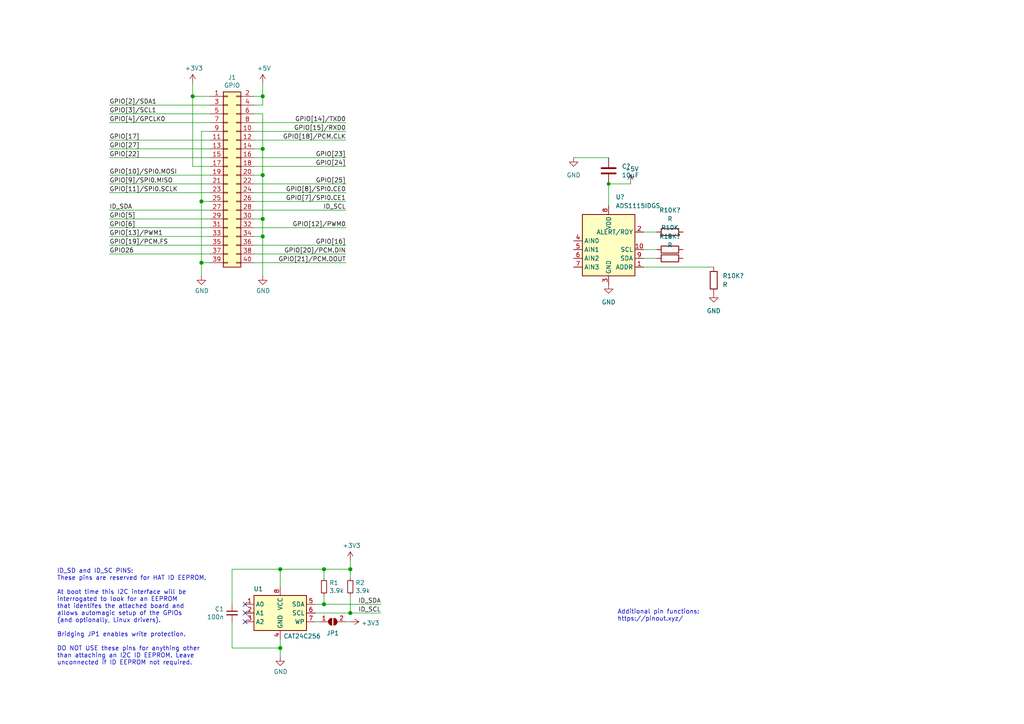
<source format=kicad_sch>
(kicad_sch (version 20211123) (generator eeschema)
  (paper "A4")
  (title_block (date "15 nov 2012"))
  (lib_symbols
    (symbol "Analog_ADC:ADS1115IDGS"
      (property "Reference" "U" (at 2.54 13.97 0))
      (property "Value" "ADS1115IDGS" (at 7.62 11.43 0))
      (symbol "ADS1115IDGS_0_1"
        (rectangle (start -7.62 10.16) (end 7.62 -7.62) (stroke (width 0.254)) (fill (type background)))
      )
      (symbol "ADS1115IDGS_1_1"
        (pin input line (at 10.16 -5.08 180) (length 2.54) (name "ADDR") (number "1"))
        (pin input line (at 10.16 0 180) (length 2.54) (name "SCL") (number "10"))
        (pin output line (at 10.16 5.08 180) (length 2.54) (name "ALERT/RDY") (number "2"))
        (pin power_in line (at 0 -10.16 90) (length 2.54) (name "GND") (number "3"))
        (pin input line (at -10.16 2.54 0) (length 2.54) (name "AIN0") (number "4"))
        (pin input line (at -10.16 0 0) (length 2.54) (name "AIN1") (number "5"))
        (pin input line (at -10.16 -2.54 0) (length 2.54) (name "AIN2") (number "6"))
        (pin input line (at -10.16 -5.08 0) (length 2.54) (name "AIN3") (number "7"))
        (pin power_in line (at 0 12.7 270) (length 2.54) (name "VDD") (number "8"))
        (pin bidirectional line (at 10.16 -2.54 180) (length 2.54) (name "SDA") (number "9"))
      )
    )
    (symbol "Connector_Generic:Conn_02x20_Odd_Even" (pin_names (offset 1.016) hide)
      (property "Reference" "J" (at 1.27 25.4 0))
      (property "Value" "Conn_02x20_Odd_Even" (at 1.27 -27.94 0))
      (symbol "Conn_02x20_Odd_Even_1_1"
        (rectangle (start -1.27 -25.273) (end 0 -25.527) (stroke (width 0.1524)))
        (rectangle (start -1.27 -22.733) (end 0 -22.987) (stroke (width 0.1524)))
        (rectangle (start -1.27 -20.193) (end 0 -20.447) (stroke (width 0.1524)))
        (rectangle (start -1.27 -17.653) (end 0 -17.907) (stroke (width 0.1524)))
        (rectangle (start -1.27 -15.113) (end 0 -15.367) (stroke (width 0.1524)))
        (rectangle (start -1.27 -12.573) (end 0 -12.827) (stroke (width 0.1524)))
        (rectangle (start -1.27 -10.033) (end 0 -10.287) (stroke (width 0.1524)))
        (rectangle (start -1.27 -7.493) (end 0 -7.747) (stroke (width 0.1524)))
        (rectangle (start -1.27 -4.953) (end 0 -5.207) (stroke (width 0.1524)))
        (rectangle (start -1.27 -2.413) (end 0 -2.667) (stroke (width 0.1524)))
        (rectangle (start -1.27 0.127) (end 0 -0.127) (stroke (width 0.1524)))
        (rectangle (start -1.27 2.667) (end 0 2.413) (stroke (width 0.1524)))
        (rectangle (start -1.27 5.207) (end 0 4.953) (stroke (width 0.1524)))
        (rectangle (start -1.27 7.747) (end 0 7.493) (stroke (width 0.1524)))
        (rectangle (start -1.27 10.287) (end 0 10.033) (stroke (width 0.1524)))
        (rectangle (start -1.27 12.827) (end 0 12.573) (stroke (width 0.1524)))
        (rectangle (start -1.27 15.367) (end 0 15.113) (stroke (width 0.1524)))
        (rectangle (start -1.27 17.907) (end 0 17.653) (stroke (width 0.1524)))
        (rectangle (start -1.27 20.447) (end 0 20.193) (stroke (width 0.1524)))
        (rectangle (start -1.27 22.987) (end 0 22.733) (stroke (width 0.1524)))
        (rectangle (start -1.27 24.13) (end 3.81 -26.67) (stroke (width 0.254)) (fill (type background)))
        (rectangle (start 3.81 -25.273) (end 2.54 -25.527) (stroke (width 0.1524)))
        (rectangle (start 3.81 -22.733) (end 2.54 -22.987) (stroke (width 0.1524)))
        (rectangle (start 3.81 -20.193) (end 2.54 -20.447) (stroke (width 0.1524)))
        (rectangle (start 3.81 -17.653) (end 2.54 -17.907) (stroke (width 0.1524)))
        (rectangle (start 3.81 -15.113) (end 2.54 -15.367) (stroke (width 0.1524)))
        (rectangle (start 3.81 -12.573) (end 2.54 -12.827) (stroke (width 0.1524)))
        (rectangle (start 3.81 -10.033) (end 2.54 -10.287) (stroke (width 0.1524)))
        (rectangle (start 3.81 -7.493) (end 2.54 -7.747) (stroke (width 0.1524)))
        (rectangle (start 3.81 -4.953) (end 2.54 -5.207) (stroke (width 0.1524)))
        (rectangle (start 3.81 -2.413) (end 2.54 -2.667) (stroke (width 0.1524)))
        (rectangle (start 3.81 0.127) (end 2.54 -0.127) (stroke (width 0.1524)))
        (rectangle (start 3.81 2.667) (end 2.54 2.413) (stroke (width 0.1524)))
        (rectangle (start 3.81 5.207) (end 2.54 4.953) (stroke (width 0.1524)))
        (rectangle (start 3.81 7.747) (end 2.54 7.493) (stroke (width 0.1524)))
        (rectangle (start 3.81 10.287) (end 2.54 10.033) (stroke (width 0.1524)))
        (rectangle (start 3.81 12.827) (end 2.54 12.573) (stroke (width 0.1524)))
        (rectangle (start 3.81 15.367) (end 2.54 15.113) (stroke (width 0.1524)))
        (rectangle (start 3.81 17.907) (end 2.54 17.653) (stroke (width 0.1524)))
        (rectangle (start 3.81 20.447) (end 2.54 20.193) (stroke (width 0.1524)))
        (rectangle (start 3.81 22.987) (end 2.54 22.733) (stroke (width 0.1524)))
        (pin passive line (at -5.08 22.86 0) (length 3.81) (name "Pin_1") (number "1"))
        (pin passive line (at 7.62 12.7 180) (length 3.81) (name "Pin_10") (number "10"))
        (pin passive line (at -5.08 10.16 0) (length 3.81) (name "Pin_11") (number "11"))
        (pin passive line (at 7.62 10.16 180) (length 3.81) (name "Pin_12") (number "12"))
        (pin passive line (at -5.08 7.62 0) (length 3.81) (name "Pin_13") (number "13"))
        (pin passive line (at 7.62 7.62 180) (length 3.81) (name "Pin_14") (number "14"))
        (pin passive line (at -5.08 5.08 0) (length 3.81) (name "Pin_15") (number "15"))
        (pin passive line (at 7.62 5.08 180) (length 3.81) (name "Pin_16") (number "16"))
        (pin passive line (at -5.08 2.54 0) (length 3.81) (name "Pin_17") (number "17"))
        (pin passive line (at 7.62 2.54 180) (length 3.81) (name "Pin_18") (number "18"))
        (pin passive line (at -5.08 0 0) (length 3.81) (name "Pin_19") (number "19"))
        (pin passive line (at 7.62 22.86 180) (length 3.81) (name "Pin_2") (number "2"))
        (pin passive line (at 7.62 0 180) (length 3.81) (name "Pin_20") (number "20"))
        (pin passive line (at -5.08 -2.54 0) (length 3.81) (name "Pin_21") (number "21"))
        (pin passive line (at 7.62 -2.54 180) (length 3.81) (name "Pin_22") (number "22"))
        (pin passive line (at -5.08 -5.08 0) (length 3.81) (name "Pin_23") (number "23"))
        (pin passive line (at 7.62 -5.08 180) (length 3.81) (name "Pin_24") (number "24"))
        (pin passive line (at -5.08 -7.62 0) (length 3.81) (name "Pin_25") (number "25"))
        (pin passive line (at 7.62 -7.62 180) (length 3.81) (name "Pin_26") (number "26"))
        (pin passive line (at -5.08 -10.16 0) (length 3.81) (name "Pin_27") (number "27"))
        (pin passive line (at 7.62 -10.16 180) (length 3.81) (name "Pin_28") (number "28"))
        (pin passive line (at -5.08 -12.7 0) (length 3.81) (name "Pin_29") (number "29"))
        (pin passive line (at -5.08 20.32 0) (length 3.81) (name "Pin_3") (number "3"))
        (pin passive line (at 7.62 -12.7 180) (length 3.81) (name "Pin_30") (number "30"))
        (pin passive line (at -5.08 -15.24 0) (length 3.81) (name "Pin_31") (number "31"))
        (pin passive line (at 7.62 -15.24 180) (length 3.81) (name "Pin_32") (number "32"))
        (pin passive line (at -5.08 -17.78 0) (length 3.81) (name "Pin_33") (number "33"))
        (pin passive line (at 7.62 -17.78 180) (length 3.81) (name "Pin_34") (number "34"))
        (pin passive line (at -5.08 -20.32 0) (length 3.81) (name "Pin_35") (number "35"))
        (pin passive line (at 7.62 -20.32 180) (length 3.81) (name "Pin_36") (number "36"))
        (pin passive line (at -5.08 -22.86 0) (length 3.81) (name "Pin_37") (number "37"))
        (pin passive line (at 7.62 -22.86 180) (length 3.81) (name "Pin_38") (number "38"))
        (pin passive line (at -5.08 -25.4 0) (length 3.81) (name "Pin_39") (number "39"))
        (pin passive line (at 7.62 20.32 180) (length 3.81) (name "Pin_4") (number "4"))
        (pin passive line (at 7.62 -25.4 180) (length 3.81) (name "Pin_40") (number "40"))
        (pin passive line (at -5.08 17.78 0) (length 3.81) (name "Pin_5") (number "5"))
        (pin passive line (at 7.62 17.78 180) (length 3.81) (name "Pin_6") (number "6"))
        (pin passive line (at -5.08 15.24 0) (length 3.81) (name "Pin_7") (number "7"))
        (pin passive line (at 7.62 15.24 180) (length 3.81) (name "Pin_8") (number "8"))
        (pin passive line (at -5.08 12.7 0) (length 3.81) (name "Pin_9") (number "9"))
      )
    )
    (symbol "Device:C" (pin_numbers hide) (pin_names (offset 0.254))
      (property "Reference" "C" (at 0.635 2.54 0))
      (property "Value" "C" (at 0.635 -2.54 0))
      (symbol "C_0_1"
        (polyline (pts (xy -2.032 -0.762) (xy 2.032 -0.762)) (stroke (width 0.508)))
        (polyline (pts (xy -2.032 0.762) (xy 2.032 0.762)) (stroke (width 0.508)))
      )
      (symbol "C_1_1"
        (pin passive line (at 0 3.81 270) (length 2.794) (name "~") (number "1"))
        (pin passive line (at 0 -3.81 90) (length 2.794) (name "~") (number "2"))
      )
    )
    (symbol "Device:C_Small" (pin_numbers hide) (pin_names (offset 0.254) hide)
      (property "Reference" "C" (at 0.254 1.778 0))
      (property "Value" "C_Small" (at 0.254 -2.032 0))
      (symbol "C_Small_0_1"
        (polyline (pts (xy -1.524 -0.508) (xy 1.524 -0.508)) (stroke (width 0.3302)))
        (polyline (pts (xy -1.524 0.508) (xy 1.524 0.508)) (stroke (width 0.3048)))
      )
      (symbol "C_Small_1_1"
        (pin passive line (at 0 2.54 270) (length 2.032) (name "~") (number "1"))
        (pin passive line (at 0 -2.54 90) (length 2.032) (name "~") (number "2"))
      )
    )
    (symbol "Device:R" (pin_numbers hide) (pin_names (offset 0))
      (property "Reference" "R" (at 2.032 0 90))
      (property "Value" "R" (at 0 0 90))
      (symbol "R_0_1"
        (rectangle (start -1.016 -2.54) (end 1.016 2.54) (stroke (width 0.254)))
      )
      (symbol "R_1_1"
        (pin passive line (at 0 3.81 270) (length 1.27) (name "~") (number "1"))
        (pin passive line (at 0 -3.81 90) (length 1.27) (name "~") (number "2"))
      )
    )
    (symbol "Device:R_Small" (pin_numbers hide) (pin_names (offset 0.254) hide)
      (property "Reference" "R" (at 0.762 0.508 0))
      (property "Value" "R_Small" (at 0.762 -1.016 0))
      (symbol "R_Small_0_1"
        (rectangle (start -0.762 1.778) (end 0.762 -1.778) (stroke (width 0.2032)))
      )
      (symbol "R_Small_1_1"
        (pin passive line (at 0 2.54 270) (length 0.762) (name "~") (number "1"))
        (pin passive line (at 0 -2.54 90) (length 0.762) (name "~") (number "2"))
      )
    )
    (symbol "GND_1" (power) (pin_names (offset 0))
      (property "Value" "GND_1" (at 0 -3.81 0))
      (symbol "GND_1_0_1"
        (polyline (pts (xy 0 0) (xy 0 -1.27) (xy 1.27 -1.27) (xy 0 -2.54) (xy -1.27 -1.27) (xy 0 -1.27)))
      )
      (symbol "GND_1_1_1"
        (pin power_in line (at 0 0 270) (length 0) hide (name "GND") (number "1"))
      )
    )
    (symbol "GND_2" (power) (pin_names (offset 0))
      (property "Value" "GND_2" (at 0 -3.81 0))
      (symbol "GND_2_0_1"
        (polyline (pts (xy 0 0) (xy 0 -1.27) (xy 1.27 -1.27) (xy 0 -2.54) (xy -1.27 -1.27) (xy 0 -1.27)))
      )
      (symbol "GND_2_1_1"
        (pin power_in line (at 0 0 270) (length 0) hide (name "GND") (number "1"))
      )
    )
    (symbol "GND_3" (power) (pin_names (offset 0))
      (property "Value" "GND_3" (at 0 -3.81 0))
      (symbol "GND_3_0_1"
        (polyline (pts (xy 0 0) (xy 0 -1.27) (xy 1.27 -1.27) (xy 0 -2.54) (xy -1.27 -1.27) (xy 0 -1.27)))
      )
      (symbol "GND_3_1_1"
        (pin power_in line (at 0 0 270) (length 0) hide (name "GND") (number "1"))
      )
    )
    (symbol "Jumper:SolderJumper_2_Open" (pin_names (offset 0) hide)
      (property "Reference" "JP" (at 0 2.032 0))
      (property "Value" "SolderJumper_2_Open" (at 0 -2.54 0))
      (symbol "SolderJumper_2_Open_0_1"
        (arc (start -0.254 1.016) (mid -1.27 0) (end -0.254 -1.016))
        (arc (start -0.254 1.016) (mid -1.27 0) (end -0.254 -1.016) (fill (type outline)))
        (polyline (pts (xy -0.254 1.016) (xy -0.254 -1.016)))
        (polyline (pts (xy 0.254 1.016) (xy 0.254 -1.016)))
        (arc (start 0.254 -1.016) (mid 1.27 0) (end 0.254 1.016))
        (arc (start 0.254 -1.016) (mid 1.27 0) (end 0.254 1.016) (fill (type outline)))
      )
      (symbol "SolderJumper_2_Open_1_1"
        (pin passive line (at -3.81 0 0) (length 2.54) (name "A") (number "1"))
        (pin passive line (at 3.81 0 180) (length 2.54) (name "B") (number "2"))
      )
    )
    (symbol "Memory_EEPROM:CAT24C256"
      (property "Reference" "U" (at -6.35 6.35 0))
      (property "Value" "CAT24C256" (at 1.27 6.35 0))
      (symbol "CAT24C256_1_1"
        (rectangle (start -7.62 5.08) (end 7.62 -5.08) (stroke (width 0.254)) (fill (type background)))
        (pin input line (at -10.16 2.54 0) (length 2.54) (name "A0") (number "1"))
        (pin input line (at -10.16 0 0) (length 2.54) (name "A1") (number "2"))
        (pin input line (at -10.16 -2.54 0) (length 2.54) (name "A2") (number "3"))
        (pin power_in line (at 0 -7.62 90) (length 2.54) (name "GND") (number "4"))
        (pin bidirectional line (at 10.16 2.54 180) (length 2.54) (name "SDA") (number "5"))
        (pin input line (at 10.16 0 180) (length 2.54) (name "SCL") (number "6"))
        (pin input line (at 10.16 -2.54 180) (length 2.54) (name "WP") (number "7"))
        (pin power_in line (at 0 7.62 270) (length 2.54) (name "VCC") (number "8"))
      )
    )
    (symbol "power:+3.3V" (power) (pin_names (offset 0))
      (property "Value" "+3.3V" (at 0 3.556 0))
      (symbol "+3.3V_0_1"
        (polyline (pts (xy -0.762 1.27) (xy 0 2.54)))
        (polyline (pts (xy 0 0) (xy 0 2.54)))
        (polyline (pts (xy 0 2.54) (xy 0.762 1.27)))
      )
      (symbol "+3.3V_1_1"
        (pin power_in line (at 0 0 90) (length 0) hide (name "+3V3") (number "1"))
      )
    )
    (symbol "power:+5V" (power) (pin_names (offset 0))
      (property "Value" "+5V" (at 0 3.556 0))
      (symbol "+5V_0_1"
        (polyline (pts (xy -0.762 1.27) (xy 0 2.54)))
        (polyline (pts (xy 0 0) (xy 0 2.54)))
        (polyline (pts (xy 0 2.54) (xy 0.762 1.27)))
      )
      (symbol "+5V_1_1"
        (pin power_in line (at 0 0 90) (length 0) hide (name "+5V") (number "1"))
      )
    )
    (symbol "power:GND" (power) (pin_names (offset 0))
      (property "Value" "GND" (at 0 -3.81 0))
      (symbol "GND_0_1"
        (polyline (pts (xy 0 0) (xy 0 -1.27) (xy 1.27 -1.27) (xy 0 -2.54) (xy -1.27 -1.27) (xy 0 -1.27)))
      )
      (symbol "GND_1_1"
        (pin power_in line (at 0 0 270) (length 0) hide (name "GND") (number "1"))
      )
    )
  )
  (junction (at 76.2 63.5) (diameter 1.016))
  (junction (at 101.6 165.1) (diameter 1.016))
  (junction (at 55.88 27.94) (diameter 1.016))
  (junction (at 76.2 68.58) (diameter 1.016))
  (junction (at 93.98 175.26) (diameter 1.016))
  (junction (at 176.53 53.34))
  (junction (at 58.42 58.42) (diameter 1.016))
  (junction (at 76.2 50.8) (diameter 1.016))
  (junction (at 76.2 43.18) (diameter 1.016))
  (junction (at 93.98 165.1) (diameter 1.016))
  (junction (at 81.28 187.96) (diameter 1.016))
  (junction (at 81.28 165.1) (diameter 1.016))
  (junction (at 58.42 76.2) (diameter 1.016))
  (junction (at 76.2 27.94) (diameter 1.016))
  (junction (at 101.6 177.8) (diameter 1.016))
  (no_connect (at 71.12 175.26))
  (no_connect (at 71.12 177.8))
  (no_connect (at 71.12 180.34))
  (wire (pts (xy 58.42 58.42) (xy 58.42 76.2)))
  (wire (pts (xy 186.69 67.31) (xy 190.5 67.31)))
  (wire (pts (xy 73.66 58.42) (xy 100.33 58.42)))
  (wire (pts (xy 60.96 40.64) (xy 31.75 40.64)))
  (wire (pts (xy 81.28 165.1) (xy 93.98 165.1)))
  (wire (pts (xy 101.6 165.1) (xy 93.98 165.1)))
  (wire (pts (xy 101.6 167.64) (xy 101.6 165.1)))
  (wire (pts (xy 76.2 33.02) (xy 76.2 43.18)))
  (wire (pts (xy 76.2 50.8) (xy 73.66 50.8)))
  (wire (pts (xy 186.69 74.93) (xy 190.5 74.93)))
  (wire (pts (xy 76.2 63.5) (xy 76.2 68.58)))
  (wire (pts (xy 76.2 50.8) (xy 76.2 63.5)))
  (wire (pts (xy 73.66 35.56) (xy 100.33 35.56)))
  (wire (pts (xy 58.42 38.1) (xy 58.42 58.42)))
  (wire (pts (xy 186.69 77.47) (xy 207.01 77.47)))
  (wire (pts (xy 91.44 175.26) (xy 93.98 175.26)))
  (wire (pts (xy 93.98 175.26) (xy 110.49 175.26)))
  (wire (pts (xy 186.69 72.39) (xy 190.5 72.39)))
  (wire (pts (xy 58.42 38.1) (xy 60.96 38.1)))
  (wire (pts (xy 91.44 180.34) (xy 92.71 180.34)))
  (wire (pts (xy 100.33 180.34) (xy 101.6 180.34)))
  (wire (pts (xy 73.66 55.88) (xy 100.33 55.88)))
  (wire (pts (xy 60.96 60.96) (xy 31.75 60.96)))
  (wire (pts (xy 31.75 63.5) (xy 60.96 63.5)))
  (wire (pts (xy 58.42 58.42) (xy 60.96 58.42)))
  (wire (pts (xy 101.6 162.56) (xy 101.6 165.1)))
  (wire (pts (xy 73.66 45.72) (xy 100.33 45.72)))
  (wire (pts (xy 81.28 165.1) (xy 81.28 170.18)))
  (wire (pts (xy 73.66 76.2) (xy 100.33 76.2)))
  (wire (pts (xy 58.42 76.2) (xy 58.42 80.01)))
  (wire (pts (xy 31.75 43.18) (xy 60.96 43.18)))
  (wire (pts (xy 101.6 172.72) (xy 101.6 177.8)))
  (wire (pts (xy 55.88 24.13) (xy 55.88 27.94)))
  (wire (pts (xy 76.2 68.58) (xy 73.66 68.58)))
  (wire (pts (xy 31.75 33.02) (xy 60.96 33.02)))
  (wire (pts (xy 31.75 55.88) (xy 60.96 55.88)))
  (wire (pts (xy 55.88 48.26) (xy 60.96 48.26)))
  (wire (pts (xy 60.96 30.48) (xy 31.75 30.48)))
  (wire (pts (xy 76.2 27.94) (xy 76.2 30.48)))
  (wire (pts (xy 76.2 43.18) (xy 76.2 50.8)))
  (wire (pts (xy 73.66 40.64) (xy 100.33 40.64)))
  (wire (pts (xy 76.2 43.18) (xy 73.66 43.18)))
  (wire (pts (xy 76.2 24.13) (xy 76.2 27.94)))
  (wire (pts (xy 31.75 35.56) (xy 60.96 35.56)))
  (wire (pts (xy 93.98 165.1) (xy 93.98 167.64)))
  (wire (pts (xy 76.2 27.94) (xy 73.66 27.94)))
  (wire (pts (xy 55.88 27.94) (xy 55.88 48.26)))
  (wire (pts (xy 73.66 48.26) (xy 100.33 48.26)))
  (wire (pts (xy 73.66 38.1) (xy 100.33 38.1)))
  (wire (pts (xy 93.98 172.72) (xy 93.98 175.26)))
  (wire (pts (xy 91.44 177.8) (xy 101.6 177.8)))
  (wire (pts (xy 101.6 177.8) (xy 110.49 177.8)))
  (wire (pts (xy 176.53 53.34) (xy 176.53 59.69)))
  (wire (pts (xy 31.75 45.72) (xy 60.96 45.72)))
  (wire (pts (xy 31.75 53.34) (xy 60.96 53.34)))
  (wire (pts (xy 176.53 53.34) (xy 182.88 53.34)))
  (wire (pts (xy 31.75 66.04) (xy 60.96 66.04)))
  (wire (pts (xy 76.2 30.48) (xy 73.66 30.48)))
  (wire (pts (xy 31.75 71.12) (xy 60.96 71.12)))
  (wire (pts (xy 73.66 71.12) (xy 100.33 71.12)))
  (wire (pts (xy 166.37 45.72) (xy 176.53 45.72)))
  (wire (pts (xy 73.66 66.04) (xy 100.33 66.04)))
  (wire (pts (xy 58.42 76.2) (xy 60.96 76.2)))
  (wire (pts (xy 73.66 73.66) (xy 100.33 73.66)))
  (wire (pts (xy 76.2 33.02) (xy 73.66 33.02)))
  (wire (pts (xy 31.75 73.66) (xy 60.96 73.66)))
  (wire (pts (xy 67.31 165.1) (xy 67.31 175.26)))
  (wire (pts (xy 67.31 180.34) (xy 67.31 187.96)))
  (wire (pts (xy 67.31 187.96) (xy 81.28 187.96)))
  (wire (pts (xy 81.28 165.1) (xy 67.31 165.1)))
  (wire (pts (xy 81.28 185.42) (xy 81.28 187.96)))
  (wire (pts (xy 81.28 187.96) (xy 81.28 190.5)))
  (wire (pts (xy 76.2 68.58) (xy 76.2 80.01)))
  (wire (pts (xy 73.66 53.34) (xy 100.33 53.34)))
  (wire (pts (xy 60.96 68.58) (xy 31.75 68.58)))
  (wire (pts (xy 76.2 63.5) (xy 73.66 63.5)))
  (wire (pts (xy 55.88 27.94) (xy 60.96 27.94)))
  (wire (pts (xy 60.96 50.8) (xy 31.75 50.8)))
  (wire (pts (xy 73.66 60.96) (xy 100.33 60.96)))
  (text "ID_SD and ID_SC PINS:\nThese pins are reserved for HAT ID EEPROM.\n\nAt boot time this I2C interface will be\ninterrogated to look for an EEPROM\nthat identifes the attached board and\nallows automagic setup of the GPIOs\n(and optionally, Linux drivers).\n\nBridging JP1 enables write protection.\n\nDO NOT USE these pins for anything other\nthan attaching an I2C ID EEPROM. Leave\nunconnected if ID EEPROM not required." (at 16.51 193.04 0) (effects (font (size 1.27 1.27)) (justify left bottom)))
  (text "Additional pin functions:\nhttps://pinout.xyz/" (at 179.07 180.34 0) (effects (font (size 1.27 1.27)) (justify left bottom)))
  (label "ID_SDA" (at 31.75 60.96 0))
  (label "GPIO[6]" (at 31.75 66.04 0))
  (label "ID_SDA" (at 110.49 175.26 180))
  (label "ID_SCL" (at 100.33 60.96 180))
  (label "GPIO[5]" (at 31.75 63.5 0))
  (label "GPIO[21]{slash}PCM.DOUT" (at 100.33 76.2 180))
  (label "GPIO[19]{slash}PCM.FS" (at 31.75 71.12 0))
  (label "GPIO[10]{slash}SPI0.MOSI" (at 31.75 50.8 0))
  (label "GPIO[9]{slash}SPI0.MISO" (at 31.75 53.34 0))
  (label "GPIO[23]" (at 100.33 45.72 180))
  (label "GPIO[4]{slash}GPCLK0" (at 31.75 35.56 0))
  (label "GPIO[27]" (at 31.75 43.18 0))
  (label "GPIO26" (at 31.75 73.66 0))
  (label "GPIO[14]{slash}TXD0" (at 100.33 35.56 180))
  (label "GPIO[8]{slash}SPI0.CE0" (at 100.33 55.88 180))
  (label "GPIO[15]{slash}RXD0" (at 100.33 38.1 180))
  (label "GPIO[16]" (at 100.33 71.12 180))
  (label "GPIO[22]" (at 31.75 45.72 0))
  (label "GPIO[2]{slash}SDA1" (at 31.75 30.48 0))
  (label "GPIO[17]" (at 31.75 40.64 0))
  (label "GPIO[25]" (at 100.33 53.34 180))
  (label "GPIO[3]{slash}SCL1" (at 31.75 33.02 0))
  (label "GPIO[18]{slash}PCM.CLK" (at 100.33 40.64 180))
  (label "GPIO[12]{slash}PWM0" (at 100.33 66.04 180))
  (label "GPIO[13]{slash}PWM1" (at 31.75 68.58 0))
  (label "GPIO[20]{slash}PCM.DIN" (at 100.33 73.66 180))
  (label "GPIO[24]" (at 100.33 48.26 180))
  (label "GPIO[7]{slash}SPI0.CE1" (at 100.33 58.42 180))
  (label "ID_SCL" (at 110.49 177.8 180))
  (label "GPIO[11]{slash}SPI0.SCLK" (at 31.75 55.88 0))
  (symbol (lib_id "power:+5V") (at 76.2 24.13 0) (unit 1)
    (property "Reference" "#PWR01" (effects hide))
    (property "Value" "+5V" (at 76.5683 19.8056 0))
  )
  (symbol (lib_id "power:+3.3V") (at 55.88 24.13 0) (unit 1)
    (property "Reference" "#PWR04" (effects hide))
    (property "Value" "+3.3V" (at 56.2483 19.8056 0))
  )
  (symbol (lib_id "power:GND") (at 76.2 80.01 0) (unit 1)
    (property "Reference" "#PWR02" (effects hide))
    (property "Value" "GND" (at 76.3143 84.3344 0))
  )
  (symbol (lib_id "power:GND") (at 58.42 80.01 0) (unit 1)
    (property "Reference" "#PWR03" (effects hide))
    (property "Value" "GND" (at 58.5343 84.3344 0))
  )
  (symbol (lib_id "Connector_Generic:Conn_02x20_Odd_Even") (at 66.04 50.8 0) (unit 1)
    (property "Reference" "J1" (at 67.31 22.4598 0))
    (property "Value" "GPIO" (at 67.31 24.765 0))
    (property "Footprint" "Connector_PinSocket_2.54mm:PinSocket_2x20_P2.54mm_Vertical" (effects hide))
  )
  (symbol (lib_id "Device:C_Small") (at 67.31 177.8 0) (unit 1)
    (property "Reference" "C1" (at 64.9858 176.6506 0) (effects (justify right)))
    (property "Value" "100n" (at 64.9858 178.9493 0) (effects (justify right)))
  )
  (symbol (lib_id "Device:R_Small") (at 93.98 170.18 0) (unit 1)
    (property "Reference" "R1" (at 95.4786 169.037 0) (effects (justify left)))
    (property "Value" "3.9k" (at 95.4787 171.3293 0) (effects (justify left)))
  )
  (symbol (lib_id "Device:C") (at 176.53 49.53 0) (unit 1)
    (property "Reference" "C?" (at 180.34 48.2599 0) (effects (justify left)))
    (property "Value" "10μF" (at 180.34 50.7999 0) (effects (justify left)))
  )
  (symbol (lib_name "GND_2") (lib_id "power:GND") (at 207.01 85.09 0) (unit 1)
    (property "Reference" "#PWR?" (effects hide))
    (property "Value" "GND" (at 207.01 90.17 0))
  )
  (symbol (lib_id "Device:R") (at 194.31 67.31 90) (unit 1)
    (property "Reference" "R10K?" (at 194.31 60.96 90))
    (property "Value" "R" (at 194.31 63.5 90))
  )
  (symbol (lib_id "Jumper:SolderJumper_2_Open") (at 96.52 180.34 0) (unit 1)
    (property "Reference" "JP1" (at 96.52 183.623 0))
    (property "Value" "ID_WP" (effects hide))
  )
  (symbol (lib_id "Device:R_Small") (at 101.6 170.18 0) (unit 1)
    (property "Reference" "R2" (at 103.0986 169.037 0) (effects (justify left)))
    (property "Value" "3.9k" (at 103.0987 171.3293 0) (effects (justify left)))
  )
  (symbol (lib_name "GND_3") (lib_id "power:GND") (at 166.37 45.72 0) (unit 1)
    (property "Reference" "#PWR?" (effects hide))
    (property "Value" "GND" (at 166.37 50.8 0))
  )
  (symbol (lib_id "power:+5V") (at 182.88 53.34 0) (unit 1)
    (property "Reference" "#PWR?" (effects hide))
    (property "Value" "+5V" (at 183.2483 49.0156 0))
  )
  (symbol (lib_id "power:+3.3V") (at 101.6 162.56 0) (unit 1)
    (property "Reference" "#PWR0101" (effects hide))
    (property "Value" "+3.3V" (at 101.9683 158.2356 0))
  )
  (symbol (lib_id "Memory_EEPROM:CAT24C256") (at 81.28 177.8 0) (unit 1)
    (property "Reference" "U1" (at 74.93 170.7958 0))
    (property "Value" "CAT24C256" (at 87.63 184.5245 0))
    (property "Datasheet" "https://www.onsemi.cn/PowerSolutions/document/CAT24C256-D.PDF" (effects hide))
  )
  (symbol (lib_id "Device:R") (at 207.01 81.28 180) (unit 1)
    (property "Reference" "R10K?" (at 209.55 80.0099 0) (effects (justify right)))
    (property "Value" "R" (at 209.55 82.5499 0) (effects (justify right)))
  )
  (symbol (lib_id "Device:R") (at 194.31 74.93 90) (unit 1)
    (property "Reference" "R10K?" (at 194.31 68.58 90))
    (property "Value" "R" (at 194.31 71.12 90))
  )
  (symbol (lib_id "power:GND") (at 81.28 190.5 0) (unit 1)
    (property "Reference" "#PWR0102" (effects hide))
    (property "Value" "GND" (at 81.3943 194.8244 0))
  )
  (symbol (lib_name "GND_1") (lib_id "power:GND") (at 176.53 82.55 0) (unit 1)
    (property "Reference" "#PWR?" (effects hide))
    (property "Value" "GND" (at 176.53 87.63 0))
  )
  (symbol (lib_id "power:+3.3V") (at 101.6 180.34 270) (unit 1)
    (property "Reference" "#PWR0103" (effects hide))
    (property "Value" "+3.3V" (at 104.7751 180.7083 90) (effects (justify left)))
  )
  (symbol (lib_id "Analog_ADC:ADS1115IDGS") (at 176.53 72.39 0) (unit 1)
    (property "Reference" "U?" (at 178.5494 57.15 0) (effects (justify left)))
    (property "Value" "ADS1115IDGS" (at 178.5494 59.69 0) (effects (justify left)))
    (property "Footprint" "Package_SO:TSSOP-10_3x3mm_P0.5mm" (effects hide))
    (property "Datasheet" "http://www.ti.com/lit/ds/symlink/ads1113.pdf" (effects hide))
  )
  (symbol (lib_id "Device:R") (at 194.31 72.39 90) (unit 1)
    (property "Reference" "R10K" (at 194.31 66.04 90))
    (property "Value" "R" (at 194.31 68.58 90))
  )
)
</source>
